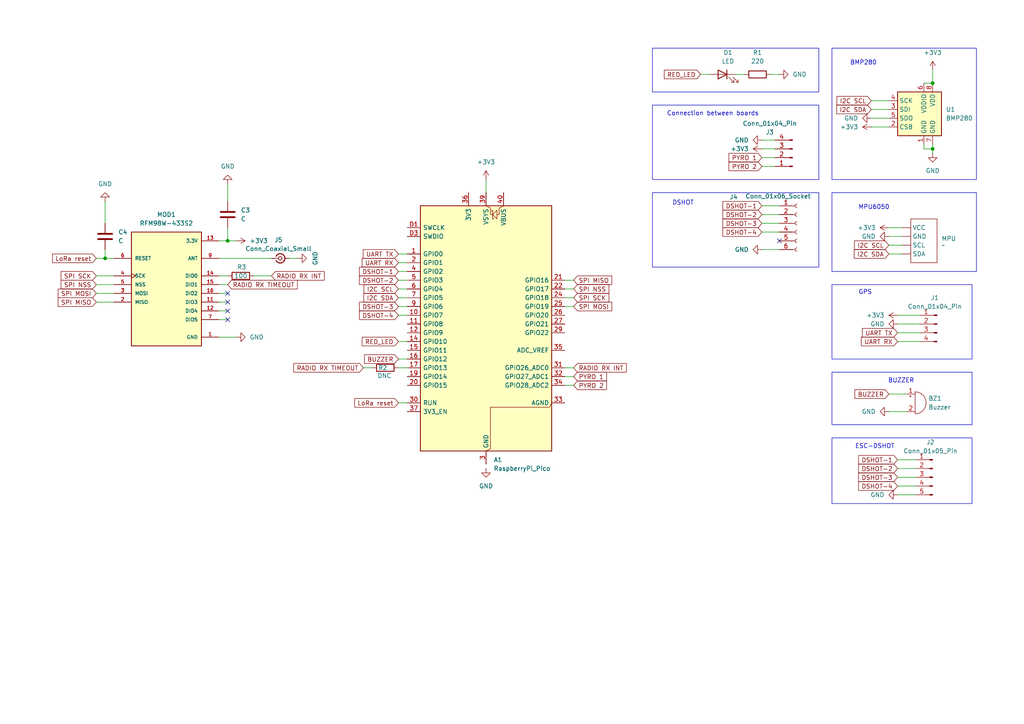
<source format=kicad_sch>
(kicad_sch (version 20231120) (generator "eeschema") (generator_version "8.0")
  (paper "A4")
  (lib_symbols
    (symbol "Connector:Conn_01x04_Pin" (pin_names (offset 1.016) hide)
      (property "Reference" "J" (at 0 5.08 0))
      (property "Value" "Conn_01x04_Pin" (at 0 -7.62 0))
      (symbol "Conn_01x04_Pin_1_1"
        (polyline (pts (xy 1.27 -5.08) (xy 0.8636 -5.08)) (stroke (width 0.1524)))
        (polyline (pts (xy 1.27 -2.54) (xy 0.8636 -2.54)) (stroke (width 0.1524)))
        (polyline (pts (xy 1.27 0) (xy 0.8636 0)) (stroke (width 0.1524)))
        (polyline (pts (xy 1.27 2.54) (xy 0.8636 2.54)) (stroke (width 0.1524)))
        (rectangle (start 0.8636 -4.953) (end 0 -5.207) (stroke (width 0.1524)) (fill (type outline)))
        (rectangle (start 0.8636 -2.413) (end 0 -2.667) (stroke (width 0.1524)) (fill (type outline)))
        (rectangle (start 0.8636 0.127) (end 0 -0.127) (stroke (width 0.1524)) (fill (type outline)))
        (rectangle (start 0.8636 2.667) (end 0 2.413) (stroke (width 0.1524)) (fill (type outline)))
        (pin passive line (at 5.08 2.54 180) (length 3.81) (name "Pin_1") (number "1"))
        (pin passive line (at 5.08 0 180) (length 3.81) (name "Pin_2") (number "2"))
        (pin passive line (at 5.08 -2.54 180) (length 3.81) (name "Pin_3") (number "3"))
        (pin passive line (at 5.08 -5.08 180) (length 3.81) (name "Pin_4") (number "4"))
      )
    )
    (symbol "Connector:Conn_01x05_Pin" (pin_names (offset 1.016) hide)
      (property "Reference" "J" (at 0 7.62 0))
      (property "Value" "Conn_01x05_Pin" (at 0 -7.62 0))
      (symbol "Conn_01x05_Pin_1_1"
        (polyline (pts (xy 1.27 -5.08) (xy 0.8636 -5.08)) (stroke (width 0.1524)))
        (polyline (pts (xy 1.27 -2.54) (xy 0.8636 -2.54)) (stroke (width 0.1524)))
        (polyline (pts (xy 1.27 0) (xy 0.8636 0)) (stroke (width 0.1524)))
        (polyline (pts (xy 1.27 2.54) (xy 0.8636 2.54)) (stroke (width 0.1524)))
        (polyline (pts (xy 1.27 5.08) (xy 0.8636 5.08)) (stroke (width 0.1524)))
        (rectangle (start 0.8636 -4.953) (end 0 -5.207) (stroke (width 0.1524)) (fill (type outline)))
        (rectangle (start 0.8636 -2.413) (end 0 -2.667) (stroke (width 0.1524)) (fill (type outline)))
        (rectangle (start 0.8636 0.127) (end 0 -0.127) (stroke (width 0.1524)) (fill (type outline)))
        (rectangle (start 0.8636 2.667) (end 0 2.413) (stroke (width 0.1524)) (fill (type outline)))
        (rectangle (start 0.8636 5.207) (end 0 4.953) (stroke (width 0.1524)) (fill (type outline)))
        (pin passive line (at 5.08 5.08 180) (length 3.81) (name "Pin_1") (number "1"))
        (pin passive line (at 5.08 2.54 180) (length 3.81) (name "Pin_2") (number "2"))
        (pin passive line (at 5.08 0 180) (length 3.81) (name "Pin_3") (number "3"))
        (pin passive line (at 5.08 -2.54 180) (length 3.81) (name "Pin_4") (number "4"))
        (pin passive line (at 5.08 -5.08 180) (length 3.81) (name "Pin_5") (number "5"))
      )
    )
    (symbol "Connector:Conn_01x06_Socket" (pin_names (offset 1.016) hide)
      (property "Reference" "J" (at 0 7.62 0))
      (property "Value" "Conn_01x06_Socket" (at 0 -10.16 0))
      (symbol "Conn_01x06_Socket_1_1"
        (arc (start 0 -7.112) (mid -0.5058 -7.62) (end 0 -8.128) (stroke (width 0.1524)))
        (arc (start 0 -4.572) (mid -0.5058 -5.08) (end 0 -5.588) (stroke (width 0.1524)))
        (arc (start 0 -2.032) (mid -0.5058 -2.54) (end 0 -3.048) (stroke (width 0.1524)))
        (polyline (pts (xy -1.27 -7.62) (xy -0.508 -7.62)) (stroke (width 0.1524)))
        (polyline (pts (xy -1.27 -5.08) (xy -0.508 -5.08)) (stroke (width 0.1524)))
        (polyline (pts (xy -1.27 -2.54) (xy -0.508 -2.54)) (stroke (width 0.1524)))
        (polyline (pts (xy -1.27 0) (xy -0.508 0)) (stroke (width 0.1524)))
        (polyline (pts (xy -1.27 2.54) (xy -0.508 2.54)) (stroke (width 0.1524)))
        (polyline (pts (xy -1.27 5.08) (xy -0.508 5.08)) (stroke (width 0.1524)))
        (arc (start 0 0.508) (mid -0.5058 0) (end 0 -0.508) (stroke (width 0.1524)))
        (arc (start 0 3.048) (mid -0.5058 2.54) (end 0 2.032) (stroke (width 0.1524)))
        (arc (start 0 5.588) (mid -0.5058 5.08) (end 0 4.572) (stroke (width 0.1524)))
        (pin passive line (at -5.08 5.08 0) (length 3.81) (name "Pin_1") (number "1"))
        (pin passive line (at -5.08 2.54 0) (length 3.81) (name "Pin_2") (number "2"))
        (pin passive line (at -5.08 0 0) (length 3.81) (name "Pin_3") (number "3"))
        (pin passive line (at -5.08 -2.54 0) (length 3.81) (name "Pin_4") (number "4"))
        (pin passive line (at -5.08 -5.08 0) (length 3.81) (name "Pin_5") (number "5"))
        (pin passive line (at -5.08 -7.62 0) (length 3.81) (name "Pin_6") (number "6"))
      )
    )
    (symbol "Connector:Conn_Coaxial_Small" (pin_numbers hide) (pin_names (offset 1.016) hide)
      (property "Reference" "J" (at 0.254 3.048 0))
      (property "Value" "Conn_Coaxial_Small" (at 0 -3.81 0))
      (symbol "Conn_Coaxial_Small_0_1"
        (polyline (pts (xy -2.54 0) (xy -0.508 0)))
        (circle (center 0 0) (radius 0.508) (stroke (width 0.2032)))
      )
      (symbol "Conn_Coaxial_Small_1_1"
        (arc (start -1.1916 -0.6311) (mid 0.327 -1.3081) (end 1.3484 0.0039) (stroke (width 0.3048)))
        (arc (start 1.3484 -0.0039) (mid 0.327 1.3081) (end -1.1916 0.6311) (stroke (width 0.3048)))
        (pin passive line (at -2.54 0 0) (length 1.27) (name "In") (number "1"))
        (pin passive line (at 2.54 0 180) (length 1.27) (name "Ext") (number "2"))
      )
    )
    (symbol "Device:Buzzer" (pin_names (offset 0.0254) hide)
      (property "Reference" "BZ" (at 3.81 1.27 0))
      (property "Value" "Buzzer" (at 3.81 -1.27 0))
      (symbol "Buzzer_0_1"
        (arc (start 0 -3.175) (mid 3.1612 0) (end 0 3.175))
        (polyline (pts (xy -1.651 1.905) (xy -1.143 1.905)))
        (polyline (pts (xy -1.397 2.159) (xy -1.397 1.651)))
        (polyline (pts (xy 0 3.175) (xy 0 -3.175)))
      )
      (symbol "Buzzer_1_1"
        (pin passive line (at -2.54 2.54 0) (length 2.54) (name "+") (number "1"))
        (pin passive line (at -2.54 -2.54 0) (length 2.54) (name "-") (number "2"))
      )
    )
    (symbol "Device:C" (pin_numbers hide) (pin_names (offset 0.254))
      (property "Reference" "C" (at 0.635 2.54 0))
      (property "Value" "C" (at 0.635 -2.54 0))
      (symbol "C_0_1"
        (polyline (pts (xy -2.032 -0.762) (xy 2.032 -0.762)) (stroke (width 0.508)))
        (polyline (pts (xy -2.032 0.762) (xy 2.032 0.762)) (stroke (width 0.508)))
      )
      (symbol "C_1_1"
        (pin passive line (at 0 3.81 270) (length 2.794) (name "~") (number "1"))
        (pin passive line (at 0 -3.81 90) (length 2.794) (name "~") (number "2"))
      )
    )
    (symbol "Device:LED" (pin_numbers hide) (pin_names (offset 1.016) hide)
      (property "Reference" "D" (at 0 2.54 0))
      (property "Value" "LED" (at 0 -2.54 0))
      (symbol "LED_0_1"
        (polyline (pts (xy -1.27 -1.27) (xy -1.27 1.27)) (stroke (width 0.254)))
        (polyline (pts (xy -1.27 0) (xy 1.27 0)))
        (polyline (pts (xy 1.27 -1.27) (xy 1.27 1.27) (xy -1.27 0) (xy 1.27 -1.27)) (stroke (width 0.254)))
        (polyline (pts (xy -3.048 -0.762) (xy -4.572 -2.286) (xy -3.81 -2.286) (xy -4.572 -2.286) (xy -4.572 -1.524)))
        (polyline (pts (xy -1.778 -0.762) (xy -3.302 -2.286) (xy -2.54 -2.286) (xy -3.302 -2.286) (xy -3.302 -1.524)))
      )
      (symbol "LED_1_1"
        (pin passive line (at -3.81 0 0) (length 2.54) (name "K") (number "1"))
        (pin passive line (at 3.81 0 180) (length 2.54) (name "A") (number "2"))
      )
    )
    (symbol "Device:R" (pin_numbers hide) (pin_names (offset 0))
      (property "Reference" "R" (at 2.032 0 90))
      (property "Value" "R" (at 0 0 90))
      (symbol "R_0_1"
        (rectangle (start -1.016 -2.54) (end 1.016 2.54) (stroke (width 0.254)))
      )
      (symbol "R_1_1"
        (pin passive line (at 0 3.81 270) (length 1.27) (name "~") (number "1"))
        (pin passive line (at 0 -3.81 90) (length 1.27) (name "~") (number "2"))
      )
    )
    (symbol "MCU_Module_RaspberryPi_Pico:RaspberryPi_Pico_DebugPins" (pin_names (offset 0.762))
      (property "Reference" "A" (at -19.05 38.1 0))
      (property "Value" "RaspberryPi_Pico" (at 7.62 38.1 0))
      (symbol "RaspberryPi_Pico_DebugPins_0_1"
        (rectangle (start -19.05 36.83) (end 19.05 -34.29) (stroke (width 0.254)) (fill (type background)))
        (polyline (pts (xy 0 36.83) (xy 1.27 36.195) (xy 1.27 34.29) (xy 1.905 34.29)))
        (polyline (pts (xy 1.905 34.29) (xy 3.175 35.56) (xy 3.175 33.02) (xy 1.905 34.29)))
        (polyline (pts (xy 5.08 36.83) (xy 3.81 36.195) (xy 3.81 34.29) (xy 3.175 34.29)))
        (polyline (pts (xy 0 -34.29) (xy 1.27 -33.655) (xy 1.27 -21.59) (xy 18.415 -21.59) (xy 19.05 -20.32)))
        (polyline (pts (xy 1.651 35.306) (xy 1.651 35.56) (xy 1.905 35.56) (xy 1.905 33.02) (xy 2.159 33.02) (xy 2.159 33.274)))
      )
      (symbol "RaspberryPi_Pico_DebugPins_1_1"
        (pin bidirectional line (at -22.86 22.86 0) (length 3.81) (name "GPIO0") (number "1"))
        (pin bidirectional line (at -22.86 5.08 0) (length 3.81) (name "GPIO7") (number "10"))
        (pin bidirectional line (at -22.86 2.54 0) (length 3.81) (name "GPIO8") (number "11"))
        (pin bidirectional line (at -22.86 0 0) (length 3.81) (name "GPIO9") (number "12"))
        (pin passive line (at 0 -38.1 90) (length 3.81) hide (name "GND") (number "13"))
        (pin bidirectional line (at -22.86 -2.54 0) (length 3.81) (name "GPIO10") (number "14"))
        (pin bidirectional line (at -22.86 -5.08 0) (length 3.81) (name "GPIO11") (number "15"))
        (pin bidirectional line (at -22.86 -7.62 0) (length 3.81) (name "GPIO12") (number "16"))
        (pin bidirectional line (at -22.86 -10.16 0) (length 3.81) (name "GPIO13") (number "17"))
        (pin passive line (at 0 -38.1 90) (length 3.81) hide (name "GND") (number "18"))
        (pin bidirectional line (at -22.86 -12.7 0) (length 3.81) (name "GPIO14") (number "19"))
        (pin bidirectional line (at -22.86 20.32 0) (length 3.81) (name "GPIO1") (number "2"))
        (pin bidirectional line (at -22.86 -15.24 0) (length 3.81) (name "GPIO15") (number "20"))
        (pin bidirectional line (at 22.86 15.24 180) (length 3.81) (name "GPIO16") (number "21"))
        (pin bidirectional line (at 22.86 12.7 180) (length 3.81) (name "GPIO17") (number "22"))
        (pin passive line (at 0 -38.1 90) (length 3.81) hide (name "GND") (number "23"))
        (pin bidirectional line (at 22.86 10.16 180) (length 3.81) (name "GPIO18") (number "24"))
        (pin bidirectional line (at 22.86 7.62 180) (length 3.81) (name "GPIO19") (number "25"))
        (pin bidirectional line (at 22.86 5.08 180) (length 3.81) (name "GPIO20") (number "26"))
        (pin bidirectional line (at 22.86 2.54 180) (length 3.81) (name "GPIO21") (number "27"))
        (pin passive line (at 0 -38.1 90) (length 3.81) hide (name "GND") (number "28"))
        (pin bidirectional line (at 22.86 0 180) (length 3.81) (name "GPIO22") (number "29"))
        (pin power_out line (at 0 -38.1 90) (length 3.81) (name "GND") (number "3"))
        (pin input line (at -22.86 -20.32 0) (length 3.81) (name "RUN") (number "30"))
        (pin bidirectional line (at 22.86 -10.16 180) (length 3.81) (name "GPIO26_ADC0") (number "31"))
        (pin bidirectional line (at 22.86 -12.7 180) (length 3.81) (name "GPIO27_ADC1") (number "32"))
        (pin power_out line (at 22.86 -20.32 180) (length 3.81) (name "AGND") (number "33"))
        (pin bidirectional line (at 22.86 -15.24 180) (length 3.81) (name "GPIO28_ADC2") (number "34"))
        (pin power_in line (at 22.86 -5.08 180) (length 3.81) (name "ADC_VREF") (number "35"))
        (pin power_out line (at -5.08 40.64 270) (length 3.81) (name "3V3") (number "36"))
        (pin input line (at -22.86 -22.86 0) (length 3.81) (name "3V3_EN") (number "37"))
        (pin passive line (at 0 -38.1 90) (length 3.81) hide (name "GND") (number "38"))
        (pin power_in line (at 0 40.64 270) (length 3.81) (name "VSYS") (number "39"))
        (pin bidirectional line (at -22.86 17.78 0) (length 3.81) (name "GPIO2") (number "4"))
        (pin power_out line (at 5.08 40.64 270) (length 3.81) (name "VBUS") (number "40"))
        (pin bidirectional line (at -22.86 15.24 0) (length 3.81) (name "GPIO3") (number "5"))
        (pin bidirectional line (at -22.86 12.7 0) (length 3.81) (name "GPIO4") (number "6"))
        (pin bidirectional line (at -22.86 10.16 0) (length 3.81) (name "GPIO5") (number "7"))
        (pin passive line (at 0 -38.1 90) (length 3.81) hide (name "GND") (number "8"))
        (pin bidirectional line (at -22.86 7.62 0) (length 3.81) (name "GPIO6") (number "9"))
        (pin input line (at -22.86 30.48 0) (length 3.81) (name "SWCLK") (number "D1"))
        (pin passive line (at 0 -38.1 90) (length 3.81) hide (name "GND") (number "D2"))
        (pin bidirectional line (at -22.86 27.94 0) (length 3.81) (name "SWDIO") (number "D3"))
      )
    )
    (symbol "MPU6050_USED:MPU6050-USED"
      (property "Reference" "MPU" (at 6.858 1.27 0))
      (symbol "MPU6050-USED_0_1"
        (rectangle (start 2.54 0) (end 10.16 -12.7))
      )
      (symbol "MPU6050-USED_1_1"
        (pin power_in line (at 0 -5.08 0) (length 2.54) (name "GND") (number ""))
        (pin input line (at 0 -7.62 0) (length 2.54) (name "SCL") (number ""))
        (pin bidirectional line (at 0 -10.16 0) (length 2.54) (name "SDA") (number ""))
        (pin power_in line (at 0 -2.54 0) (length 2.54) (name "VCC") (number ""))
      )
    )
    (symbol "RFM98W-433S2:RFM98W-433S2" (pin_names (offset 1.016))
      (property "Reference" "MOD" (at -10.16 18.415 0))
      (property "Value" "RFM98W-433S2" (at -10.16 -17.78 0))
      (symbol "RFM98W-433S2_0_0"
        (rectangle (start -10.16 -15.24) (end 10.16 17.78) (stroke (width 0.254)) (fill (type background)))
        (pin power_in line (at 15.24 -12.7 180) (length 5.08) (name "GND") (number "1"))
        (pin power_in line (at 15.24 -12.7 180) (length 5.08) hide (name "GND") (number "10"))
        (pin power_in line (at 15.24 -12.7 180) (length 5.08) hide (name "GND") (number "10_1"))
        (pin bidirectional line (at 15.24 -2.54 180) (length 5.08) (name "DIO3") (number "11"))
        (pin bidirectional line (at 15.24 -2.54 180) (length 5.08) hide (name "DIO3") (number "11_1"))
        (pin bidirectional line (at 15.24 -5.08 180) (length 5.08) (name "DIO4") (number "12"))
        (pin bidirectional line (at 15.24 -5.08 180) (length 5.08) hide (name "DIO4") (number "12_1"))
        (pin power_in line (at 15.24 15.24 180) (length 5.08) (name "3.3V") (number "13"))
        (pin power_in line (at 15.24 15.24 180) (length 5.08) hide (name "3.3V") (number "13_1"))
        (pin bidirectional line (at 15.24 5.08 180) (length 5.08) (name "DIO0") (number "14"))
        (pin bidirectional line (at 15.24 5.08 180) (length 5.08) hide (name "DIO0") (number "14_1"))
        (pin bidirectional line (at 15.24 2.54 180) (length 5.08) (name "DIO1") (number "15"))
        (pin bidirectional line (at 15.24 2.54 180) (length 5.08) hide (name "DIO1") (number "15_1"))
        (pin bidirectional line (at 15.24 0 180) (length 5.08) (name "DIO2") (number "16"))
        (pin bidirectional line (at 15.24 0 180) (length 5.08) hide (name "DIO2") (number "16_1"))
        (pin power_in line (at 15.24 -12.7 180) (length 5.08) hide (name "GND") (number "1_1"))
        (pin output line (at -15.24 -2.54 0) (length 5.08) (name "MISO") (number "2"))
        (pin output line (at -15.24 -2.54 0) (length 5.08) hide (name "MISO") (number "2_1"))
        (pin input line (at -15.24 0 0) (length 5.08) (name "MOSI") (number "3"))
        (pin input line (at -15.24 0 0) (length 5.08) hide (name "MOSI") (number "3_1"))
        (pin input clock (at -15.24 5.08 0) (length 5.08) (name "SCK") (number "4"))
        (pin input clock (at -15.24 5.08 0) (length 5.08) hide (name "SCK") (number "4_1"))
        (pin input line (at -15.24 2.54 0) (length 5.08) (name "NSS") (number "5"))
        (pin input line (at -15.24 2.54 0) (length 5.08) hide (name "NSS") (number "5_1"))
        (pin bidirectional line (at -15.24 10.16 0) (length 5.08) (name "RESET") (number "6"))
        (pin bidirectional line (at -15.24 10.16 0) (length 5.08) hide (name "RESET") (number "6_1"))
        (pin bidirectional line (at 15.24 -7.62 180) (length 5.08) (name "DIO5") (number "7"))
        (pin bidirectional line (at 15.24 -7.62 180) (length 5.08) hide (name "DIO5") (number "7_1"))
        (pin power_in line (at 15.24 -12.7 180) (length 5.08) hide (name "GND") (number "8"))
        (pin power_in line (at 15.24 -12.7 180) (length 5.08) hide (name "GND") (number "8_1"))
        (pin bidirectional line (at 15.24 10.16 180) (length 5.08) (name "ANT") (number "9"))
        (pin bidirectional line (at 15.24 10.16 180) (length 5.08) hide (name "ANT") (number "9_1"))
      )
    )
    (symbol "Sensor_Pressure:BMP280"
      (property "Reference" "U" (at -7.62 10.16 0))
      (property "Value" "BMP280" (at 5.08 10.16 0))
      (symbol "BMP280_0_1"
        (rectangle (start -7.62 -5.08) (end 5.08 7.62) (stroke (width 0.254)) (fill (type background)))
      )
      (symbol "BMP280_1_1"
        (pin power_in line (at 0 -7.62 90) (length 2.54) (name "GND") (number "1"))
        (pin input line (at -10.16 -2.54 0) (length 2.54) (name "CSB") (number "2"))
        (pin bidirectional line (at -10.16 2.54 0) (length 2.54) (name "SDI") (number "3"))
        (pin input line (at -10.16 5.08 0) (length 2.54) (name "SCK") (number "4"))
        (pin bidirectional line (at -10.16 0 0) (length 2.54) (name "SDO") (number "5"))
        (pin power_in line (at 0 10.16 270) (length 2.54) (name "VDDIO") (number "6"))
        (pin power_in line (at 2.54 -7.62 90) (length 2.54) (name "GND") (number "7"))
        (pin power_in line (at 2.54 10.16 270) (length 2.54) (name "VDD") (number "8"))
      )
    )
    (symbol "power:+3V3" (power) (pin_numbers hide) (pin_names (offset 0) hide)
      (property "Value" "+3V3" (at 0 3.556 0))
      (symbol "+3V3_0_1"
        (polyline (pts (xy -0.762 1.27) (xy 0 2.54)))
        (polyline (pts (xy 0 0) (xy 0 2.54)))
        (polyline (pts (xy 0 2.54) (xy 0.762 1.27)))
      )
      (symbol "+3V3_1_1"
        (pin power_in line (at 0 0 90) (length 0) (name "~") (number "1"))
      )
    )
    (symbol "power:GND" (power) (pin_numbers hide) (pin_names (offset 0) hide)
      (property "Value" "GND" (at 0 -3.81 0))
      (symbol "GND_0_1"
        (polyline (pts (xy 0 0) (xy 0 -1.27) (xy 1.27 -1.27) (xy 0 -2.54) (xy -1.27 -1.27) (xy 0 -1.27)))
      )
      (symbol "GND_1_1"
        (pin power_in line (at 0 0 270) (length 0) (name "~") (number "1"))
      )
    )
  )
  (junction (at 270.51 43.18))
  (junction (at 66.04 69.85))
  (junction (at 30.48 74.93))
  (junction (at 270.51 24.13))
  (no_connect (at 66.04 92.71))
  (no_connect (at 66.04 90.17))
  (no_connect (at 66.04 87.63))
  (no_connect (at 226.06 69.85))
  (no_connect (at 66.04 85.09))
  (wire (pts (xy 63.5 82.55) (xy 66.04 82.55)))
  (wire (pts (xy 66.04 69.85) (xy 68.58 69.85)))
  (wire (pts (xy 115.57 78.74) (xy 118.11 78.74)))
  (wire (pts (xy 115.57 86.36) (xy 118.11 86.36)))
  (wire (pts (xy 260.35 99.06) (xy 266.7 99.06)))
  (wire (pts (xy 163.83 111.76) (xy 166.37 111.76)))
  (wire (pts (xy 260.35 140.97) (xy 265.43 140.97)))
  (wire (pts (xy 115.57 81.28) (xy 118.11 81.28)))
  (wire (pts (xy 115.57 104.14) (xy 118.11 104.14)))
  (wire (pts (xy 267.97 41.91) (xy 267.97 43.18)))
  (wire (pts (xy 220.98 48.26) (xy 224.79 48.26)))
  (wire (pts (xy 260.35 93.98) (xy 266.7 93.98)))
  (wire (pts (xy 140.97 52.07) (xy 140.97 55.88)))
  (wire (pts (xy 220.98 67.31) (xy 226.06 67.31)))
  (wire (pts (xy 163.83 81.28) (xy 166.37 81.28)))
  (wire (pts (xy 260.35 133.35) (xy 265.43 133.35)))
  (wire (pts (xy 27.94 82.55) (xy 33.02 82.55)))
  (wire (pts (xy 220.98 45.72) (xy 224.79 45.72)))
  (wire (pts (xy 27.94 80.01) (xy 33.02 80.01)))
  (wire (pts (xy 257.81 71.12) (xy 261.62 71.12)))
  (wire (pts (xy 83.82 74.93) (xy 86.36 74.93)))
  (wire (pts (xy 267.97 43.18) (xy 270.51 43.18)))
  (wire (pts (xy 270.51 43.18) (xy 270.51 44.45)))
  (wire (pts (xy 115.57 99.06) (xy 118.11 99.06)))
  (wire (pts (xy 252.73 29.21) (xy 257.81 29.21)))
  (wire (pts (xy 63.5 85.09) (xy 66.04 85.09)))
  (wire (pts (xy 252.73 34.29) (xy 257.81 34.29)))
  (wire (pts (xy 115.57 116.84) (xy 118.11 116.84)))
  (wire (pts (xy 163.83 109.22) (xy 166.37 109.22)))
  (wire (pts (xy 220.98 59.69) (xy 226.06 59.69)))
  (wire (pts (xy 115.57 106.68) (xy 118.11 106.68)))
  (wire (pts (xy 63.5 87.63) (xy 66.04 87.63)))
  (wire (pts (xy 220.98 43.18) (xy 224.79 43.18)))
  (wire (pts (xy 115.57 76.2) (xy 118.11 76.2)))
  (wire (pts (xy 260.35 143.51) (xy 265.43 143.51)))
  (wire (pts (xy 163.83 106.68) (xy 166.37 106.68)))
  (wire (pts (xy 163.83 86.36) (xy 166.37 86.36)))
  (wire (pts (xy 30.48 58.42) (xy 30.48 64.77)))
  (wire (pts (xy 63.5 80.01) (xy 66.04 80.01)))
  (wire (pts (xy 220.98 40.64) (xy 224.79 40.64)))
  (wire (pts (xy 66.04 53.34) (xy 66.04 58.42)))
  (wire (pts (xy 257.81 114.3) (xy 262.89 114.3)))
  (wire (pts (xy 30.48 74.93) (xy 33.02 74.93)))
  (wire (pts (xy 257.81 73.66) (xy 261.62 73.66)))
  (wire (pts (xy 115.57 73.66) (xy 118.11 73.66)))
  (wire (pts (xy 257.81 66.04) (xy 261.62 66.04)))
  (wire (pts (xy 115.57 83.82) (xy 118.11 83.82)))
  (wire (pts (xy 63.5 90.17) (xy 66.04 90.17)))
  (wire (pts (xy 115.57 91.44) (xy 118.11 91.44)))
  (wire (pts (xy 30.48 72.39) (xy 30.48 74.93)))
  (wire (pts (xy 63.5 92.71) (xy 66.04 92.71)))
  (wire (pts (xy 115.57 88.9) (xy 118.11 88.9)))
  (wire (pts (xy 252.73 36.83) (xy 257.81 36.83)))
  (wire (pts (xy 220.98 64.77) (xy 226.06 64.77)))
  (wire (pts (xy 223.52 21.59) (xy 226.06 21.59)))
  (wire (pts (xy 66.04 66.04) (xy 66.04 69.85)))
  (wire (pts (xy 270.51 43.18) (xy 270.51 41.91)))
  (wire (pts (xy 73.66 80.01) (xy 78.74 80.01)))
  (wire (pts (xy 267.97 24.13) (xy 270.51 24.13)))
  (wire (pts (xy 213.36 21.59) (xy 215.9 21.59)))
  (wire (pts (xy 27.94 87.63) (xy 33.02 87.63)))
  (wire (pts (xy 257.81 119.38) (xy 262.89 119.38)))
  (wire (pts (xy 270.51 20.32) (xy 270.51 24.13)))
  (wire (pts (xy 257.81 68.58) (xy 261.62 68.58)))
  (wire (pts (xy 260.35 135.89) (xy 265.43 135.89)))
  (wire (pts (xy 260.35 91.44) (xy 266.7 91.44)))
  (wire (pts (xy 260.35 138.43) (xy 265.43 138.43)))
  (wire (pts (xy 163.83 83.82) (xy 166.37 83.82)))
  (wire (pts (xy 27.94 74.93) (xy 30.48 74.93)))
  (wire (pts (xy 163.83 88.9) (xy 166.37 88.9)))
  (wire (pts (xy 63.5 69.85) (xy 66.04 69.85)))
  (wire (pts (xy 252.73 31.75) (xy 257.81 31.75)))
  (wire (pts (xy 220.98 72.39) (xy 226.06 72.39)))
  (wire (pts (xy 105.41 106.68) (xy 107.95 106.68)))
  (wire (pts (xy 203.2 21.59) (xy 205.74 21.59)))
  (wire (pts (xy 260.35 96.52) (xy 266.7 96.52)))
  (wire (pts (xy 220.98 62.23) (xy 226.06 62.23)))
  (wire (pts (xy 63.5 97.79) (xy 68.58 97.79)))
  (wire (pts (xy 63.5 74.93) (xy 78.74 74.93)))
  (wire (pts (xy 27.94 85.09) (xy 33.02 85.09)))
  (rectangle (start 189.23 30.48) (end 237.49 52.07))
  (rectangle (start 241.3 55.88) (end 283.21 78.74))
  (rectangle (start 241.3 13.97) (end 283.21 52.07))
  (rectangle (start 241.3 107.95) (end 281.94 123.19))
  (rectangle (start 241.3 82.55) (end 281.94 104.14))
  (rectangle (start 189.23 13.97) (end 237.49 26.67))
  (rectangle (start 189.23 55.88) (end 237.49 77.47))
  (rectangle (start 241.3 127) (end 281.94 146.05))
  (text "MPU6050" (at 253.492 60.198 0) (effects (font (size 1.27 1.27))))
  (text "GPS" (at 250.952 84.836 0) (effects (font (size 1.27 1.27))))
  (text "DSHOT" (at 198.12 58.928 0) (effects (font (size 1.27 1.27))))
  (text "BMP280" (at 250.444 18.288 0) (effects (font (size 1.27 1.27))))
  (text "BUZZER" (at 261.366 110.49 0) (effects (font (size 1.27 1.27))))
  (text "ESC-DSHOT" (at 253.746 129.54 0) (effects (font (size 1.27 1.27))))
  (text "Connection between boards" (at 206.756 33.02 0) (effects (font (size 1.27 1.27))))
  (global_label "I2C SDA" (shape input) (at 115.57 86.36 180) (property "Intersheetrefs" "${INTERSHEET_REFS}" (effects (hide yes))))
  (global_label "SPI MISO" (shape input) (at 27.94 87.63 180) (property "Intersheetrefs" "${INTERSHEET_REFS}" (effects (hide yes))))
  (global_label "SPI MOSI" (shape input) (at 166.37 88.9 0) (property "Intersheetrefs" "${INTERSHEET_REFS}" (effects (hide yes))))
  (global_label "SPI NSS" (shape input) (at 27.94 82.55 180) (property "Intersheetrefs" "${INTERSHEET_REFS}" (effects (hide yes))))
  (global_label "RED_LED" (shape input) (at 203.2 21.59 180) (property "Intersheetrefs" "${INTERSHEET_REFS}" (effects (hide yes))))
  (global_label "RADIO RX TIMEOUT" (shape input) (at 105.41 106.68 180) (property "Intersheetrefs" "${INTERSHEET_REFS}" (effects (hide yes))))
  (global_label "LoRa reset" (shape input) (at 115.57 116.84 180) (property "Intersheetrefs" "${INTERSHEET_REFS}" (effects (hide yes))))
  (global_label "I2C SCL" (shape input) (at 252.73 29.21 180) (property "Intersheetrefs" "${INTERSHEET_REFS}" (effects (hide yes))))
  (global_label "BUZZER" (shape input) (at 115.57 104.14 180) (property "Intersheetrefs" "${INTERSHEET_REFS}" (effects (hide yes))))
  (global_label "DSHOT-1" (shape input) (at 220.98 59.69 180) (property "Intersheetrefs" "${INTERSHEET_REFS}" (effects (hide yes))))
  (global_label "RADIO RX INT" (shape input) (at 166.37 106.68 0) (property "Intersheetrefs" "${INTERSHEET_REFS}" (effects (hide yes))))
  (global_label "DSHOT-4" (shape input) (at 260.35 140.97 180) (property "Intersheetrefs" "${INTERSHEET_REFS}" (effects (hide yes))))
  (global_label "DSHOT-3" (shape input) (at 260.35 138.43 180) (property "Intersheetrefs" "${INTERSHEET_REFS}" (effects (hide yes))))
  (global_label "LoRa reset" (shape input) (at 27.94 74.93 180) (property "Intersheetrefs" "${INTERSHEET_REFS}" (effects (hide yes))))
  (global_label "DSHOT-1" (shape input) (at 260.35 133.35 180) (property "Intersheetrefs" "${INTERSHEET_REFS}" (effects (hide yes))))
  (global_label "DSHOT-3" (shape input) (at 115.57 88.9 180) (property "Intersheetrefs" "${INTERSHEET_REFS}" (effects (hide yes))))
  (global_label "DSHOT-2" (shape input) (at 220.98 62.23 180) (property "Intersheetrefs" "${INTERSHEET_REFS}" (effects (hide yes))))
  (global_label "RADIO RX INT" (shape input) (at 78.74 80.01 0) (property "Intersheetrefs" "${INTERSHEET_REFS}" (effects (hide yes))))
  (global_label "PYRO 2" (shape input) (at 166.37 111.76 0) (property "Intersheetrefs" "${INTERSHEET_REFS}" (effects (hide yes))))
  (global_label "UART TX" (shape input) (at 260.35 96.52 180) (property "Intersheetrefs" "${INTERSHEET_REFS}" (effects (hide yes))))
  (global_label "RADIO RX TIMEOUT" (shape input) (at 66.04 82.55 0) (property "Intersheetrefs" "${INTERSHEET_REFS}" (effects (hide yes))))
  (global_label "SPI MOSI" (shape input) (at 27.94 85.09 180) (property "Intersheetrefs" "${INTERSHEET_REFS}" (effects (hide yes))))
  (global_label "DSHOT-3" (shape input) (at 220.98 64.77 180) (property "Intersheetrefs" "${INTERSHEET_REFS}" (effects (hide yes))))
  (global_label "I2C SDA" (shape input) (at 257.81 73.66 180) (property "Intersheetrefs" "${INTERSHEET_REFS}" (effects (hide yes))))
  (global_label "PYRO 1" (shape input) (at 166.37 109.22 0) (property "Intersheetrefs" "${INTERSHEET_REFS}" (effects (hide yes))))
  (global_label "UART RX" (shape input) (at 260.35 99.06 180) (property "Intersheetrefs" "${INTERSHEET_REFS}" (effects (hide yes))))
  (global_label "SPI SCK" (shape input) (at 166.37 86.36 0) (property "Intersheetrefs" "${INTERSHEET_REFS}" (effects (hide yes))))
  (global_label "DSHOT-1" (shape input) (at 115.57 78.74 180) (property "Intersheetrefs" "${INTERSHEET_REFS}" (effects (hide yes))))
  (global_label "SPI SCK" (shape input) (at 27.94 80.01 180) (property "Intersheetrefs" "${INTERSHEET_REFS}" (effects (hide yes))))
  (global_label "DSHOT-4" (shape input) (at 115.57 91.44 180) (property "Intersheetrefs" "${INTERSHEET_REFS}" (effects (hide yes))))
  (global_label "PYRO 1" (shape input) (at 220.98 45.72 180) (property "Intersheetrefs" "${INTERSHEET_REFS}" (effects (hide yes))))
  (global_label "UART TX" (shape input) (at 115.57 73.66 180) (property "Intersheetrefs" "${INTERSHEET_REFS}" (effects (hide yes))))
  (global_label "PYRO 2" (shape input) (at 220.98 48.26 180) (property "Intersheetrefs" "${INTERSHEET_REFS}" (effects (hide yes))))
  (global_label "RED_LED" (shape input) (at 115.57 99.06 180) (property "Intersheetrefs" "${INTERSHEET_REFS}" (effects (hide yes))))
  (global_label "BUZZER" (shape input) (at 257.81 114.3 180) (property "Intersheetrefs" "${INTERSHEET_REFS}" (effects (hide yes))))
  (global_label "DSHOT-4" (shape input) (at 220.98 67.31 180) (property "Intersheetrefs" "${INTERSHEET_REFS}" (effects (hide yes))))
  (global_label "DSHOT-2" (shape input) (at 115.57 81.28 180) (property "Intersheetrefs" "${INTERSHEET_REFS}" (effects (hide yes))))
  (global_label "SPI MISO" (shape input) (at 166.37 81.28 0) (property "Intersheetrefs" "${INTERSHEET_REFS}" (effects (hide yes))))
  (global_label "I2C SCL" (shape input) (at 115.57 83.82 180) (property "Intersheetrefs" "${INTERSHEET_REFS}" (effects (hide yes))))
  (global_label "I2C SDA" (shape input) (at 252.73 31.75 180) (property "Intersheetrefs" "${INTERSHEET_REFS}" (effects (hide yes))))
  (global_label "SPI NSS" (shape input) (at 166.37 83.82 0) (property "Intersheetrefs" "${INTERSHEET_REFS}" (effects (hide yes))))
  (global_label "DSHOT-2" (shape input) (at 260.35 135.89 180) (property "Intersheetrefs" "${INTERSHEET_REFS}" (effects (hide yes))))
  (global_label "I2C SCL" (shape input) (at 257.81 71.12 180) (property "Intersheetrefs" "${INTERSHEET_REFS}" (effects (hide yes))))
  (global_label "UART RX" (shape input) (at 115.57 76.2 180) (property "Intersheetrefs" "${INTERSHEET_REFS}" (effects (hide yes))))
  (symbol (lib_id "Device:Buzzer") (at 265.43 116.84 0) (unit 1)
    (property "Reference" "BZ1" (at 269.24 115.5699 0) (effects (justify left)))
    (property "Value" "Buzzer" (at 269.24 118.1099 0) (effects (justify left)))
    (property "Description" "Buzzer, polarized" (effects (hide yes)))
  )
  (symbol (lib_id "power:GND") (at 30.48 58.42 0) (mirror x) (unit 1)
    (property "Reference" "#PWR022" (effects (hide yes)))
    (property "Value" "GND" (at 30.48 53.34 0))
    (property "Description" "Power symbol creates a global label with name \"GND\" , ground" (effects (hide yes)))
  )
  (symbol (lib_id "Device:C") (at 30.48 68.58 0) (unit 1)
    (property "Reference" "C4" (at 34.29 67.3099 0) (effects (justify left)))
    (property "Value" "C" (at 34.29 69.8499 0) (effects (justify left)))
    (property "Description" "Unpolarized capacitor" (effects (hide yes)))
  )
  (symbol (lib_id "power:GND") (at 257.81 119.38 270) (unit 1)
    (property "Reference" "#PWR07" (effects (hide yes)))
    (property "Value" "GND" (at 254 119.3799 90) (effects (justify right)))
    (property "Description" "Power symbol creates a global label with name \"GND\" , ground" (effects (hide yes)))
  )
  (symbol (lib_id "power:+3V3") (at 68.58 69.85 270) (unit 1)
    (property "Reference" "#PWR020" (effects (hide yes)))
    (property "Value" "+3V3" (at 72.39 69.8499 90) (effects (justify left)))
    (property "Description" "Power symbol creates a global label with name \"+3V3\"" (effects (hide yes)))
  )
  (symbol (lib_id "Connector:Conn_01x05_Pin") (at 270.51 138.43 0) (mirror y) (unit 1)
    (property "Reference" "J2" (at 269.875 128.27 0))
    (property "Value" "Conn_01x05_Pin" (at 269.875 130.81 0))
    (property "Description" "Generic connector, single row, 01x05, script generated" (effects (hide yes)))
  )
  (symbol (lib_id "power:+3V3") (at 270.51 20.32 0) (unit 1)
    (property "Reference" "#PWR01" (effects (hide yes)))
    (property "Value" "+3V3" (at 270.51 15.24 0))
    (property "Description" "Power symbol creates a global label with name \"+3V3\"" (effects (hide yes)))
  )
  (symbol (lib_id "power:GND") (at 140.97 135.89 0) (unit 1)
    (property "Reference" "#PWR017" (effects (hide yes)))
    (property "Value" "GND" (at 140.97 140.97 0))
    (property "Description" "Power symbol creates a global label with name \"GND\" , ground" (effects (hide yes)))
  )
  (symbol (lib_id "power:GND") (at 66.04 53.34 0) (mirror x) (unit 1)
    (property "Reference" "#PWR021" (effects (hide yes)))
    (property "Value" "GND" (at 66.04 48.26 0))
    (property "Description" "Power symbol creates a global label with name \"GND\" , ground" (effects (hide yes)))
  )
  (symbol (lib_id "power:GND") (at 226.06 21.59 90) (unit 1)
    (property "Reference" "#PWR013" (effects (hide yes)))
    (property "Value" "GND" (at 229.87 21.5899 90) (effects (justify right)))
    (property "Description" "Power symbol creates a global label with name \"GND\" , ground" (effects (hide yes)))
  )
  (symbol (lib_id "Device:C") (at 66.04 62.23 0) (unit 1)
    (property "Reference" "C3" (at 69.85 60.9599 0) (effects (justify left)))
    (property "Value" "C" (at 69.85 63.4999 0) (effects (justify left)))
    (property "Description" "Unpolarized capacitor" (effects (hide yes)))
  )
  (symbol (lib_id "power:+3V3") (at 257.81 66.04 90) (unit 1)
    (property "Reference" "#PWR03" (effects (hide yes)))
    (property "Value" "+3V3" (at 254 66.0399 90) (effects (justify left)))
    (property "Description" "Power symbol creates a global label with name \"+3V3\"" (effects (hide yes)))
  )
  (symbol (lib_id "power:+3V3") (at 252.73 36.83 90) (unit 1)
    (property "Reference" "#PWR025" (effects (hide yes)))
    (property "Value" "+3V3" (at 248.92 36.8299 90) (effects (justify left)))
    (property "Description" "Power symbol creates a global label with name \"+3V3\"" (effects (hide yes)))
  )
  (symbol (lib_id "power:GND") (at 68.58 97.79 90) (unit 1)
    (property "Reference" "#PWR019" (effects (hide yes)))
    (property "Value" "GND" (at 72.39 97.7899 90) (effects (justify right)))
    (property "Description" "Power symbol creates a global label with name \"GND\" , ground" (effects (hide yes)))
  )
  (symbol (lib_id "power:+3V3") (at 140.97 52.07 0) (unit 1)
    (property "Reference" "#PWR09" (effects (hide yes)))
    (property "Value" "+3V3" (at 140.97 46.99 0))
    (property "Description" "Power symbol creates a global label with name \"+3V3\"" (effects (hide yes)))
  )
  (symbol (lib_id "power:GND") (at 220.98 40.64 270) (mirror x) (unit 1)
    (property "Reference" "#PWR010" (effects (hide yes)))
    (property "Value" "GND" (at 217.17 40.6401 90) (effects (justify right)))
    (property "Description" "Power symbol creates a global label with name \"GND\" , ground" (effects (hide yes)))
  )
  (symbol (lib_id "Sensor_Pressure:BMP280") (at 267.97 34.29 0) (unit 1)
    (property "Reference" "U1" (at 274.32 31.7499 0) (effects (justify left)))
    (property "Value" "BMP280" (at 274.32 34.2899 0) (effects (justify left)))
    (property "Footprint" "Charleslabs_Parts:BMP280_Module" (effects (hide yes)))
    (property "Datasheet" "https://ae-bst.resource.bosch.com/media/_tech/media/datasheets/BST-BMP280-DS001.pdf" (effects (hide yes)))
    (property "Description" "Absolute Barometric Pressure Sensor, LGA-8" (effects (hide yes)))
  )
  (symbol (lib_id "MCU_Module_RaspberryPi_Pico:RaspberryPi_Pico_DebugPins") (at 140.97 96.52 0) (unit 1)
    (property "Reference" "A1" (at 143.1641 133.35 0) (effects (justify left)))
    (property "Value" "RaspberryPi_Pico" (at 143.1641 135.89 0) (effects (justify left)))
    (property "Footprint" "Module_RaspberryPi_Pico:RaspberryPi_Pico_Original_SMD_HandSolder" (effects (hide yes)))
    (property "Datasheet" "https://datasheets.raspberrypi.com/pico/pico-datasheet.pdf" (effects (hide yes)))
    (property "Description" "Versatile and inexpensive microcontroller module (with debug pins) powered by RP2040 dual-core Arm Cortex-M0+ processor up to 133 MHz, 264kB SRAM, 2MB QSPI flash" (effects (hide yes)))
  )
  (symbol (lib_id "power:GND") (at 86.36 74.93 90) (mirror x) (unit 1)
    (property "Reference" "#PWR023" (effects (hide yes)))
    (property "Value" "GND" (at 91.44 74.93 0))
    (property "Description" "Power symbol creates a global label with name \"GND\" , ground" (effects (hide yes)))
  )
  (symbol (lib_id "power:+3V3") (at 260.35 91.44 90) (unit 1)
    (property "Reference" "#PWR05" (effects (hide yes)))
    (property "Value" "+3V3" (at 256.54 91.4399 90) (effects (justify left)))
    (property "Description" "Power symbol creates a global label with name \"+3V3\"" (effects (hide yes)))
  )
  (symbol (lib_id "power:GND") (at 260.35 143.51 270) (unit 1)
    (property "Reference" "#PWR08" (effects (hide yes)))
    (property "Value" "GND" (at 256.54 143.5099 90) (effects (justify right)))
    (property "Description" "Power symbol creates a global label with name \"GND\" , ground" (effects (hide yes)))
  )
  (symbol (lib_id "Device:R") (at 111.76 106.68 90) (unit 1)
    (property "Reference" "R2" (at 110.998 106.68 90))
    (property "Value" "DNC" (at 111.506 108.966 90))
    (property "Description" "Resistor" (effects (hide yes)))
  )
  (symbol (lib_id "Connector:Conn_Coaxial_Small") (at 81.28 74.93 0) (unit 1)
    (property "Reference" "J5" (at 80.772 69.596 0))
    (property "Value" "Conn_Coaxial_Small" (at 80.772 72.136 0))
    (property "Description" "small coaxial connector (BNC, SMA, SMB, SMC, Cinch/RCA, LEMO, ...)" (effects (hide yes)))
  )
  (symbol (lib_id "power:GND") (at 260.35 93.98 270) (unit 1)
    (property "Reference" "#PWR06" (effects (hide yes)))
    (property "Value" "GND" (at 256.54 93.9799 90) (effects (justify right)))
    (property "Description" "Power symbol creates a global label with name \"GND\" , ground" (effects (hide yes)))
  )
  (symbol (lib_id "Device:R") (at 219.71 21.59 270) (unit 1)
    (property "Reference" "R1" (at 219.71 15.24 90))
    (property "Value" "220" (at 219.71 17.78 90))
    (property "Description" "Resistor" (effects (hide yes)))
  )
  (symbol (lib_id "Device:LED") (at 209.55 21.59 0) (mirror y) (unit 1)
    (property "Reference" "D1" (at 211.1375 15.24 0))
    (property "Value" "LED" (at 211.1375 17.78 0))
    (property "Description" "Light emitting diode" (effects (hide yes)))
  )
  (symbol (lib_id "Connector:Conn_01x04_Pin") (at 271.78 93.98 0) (mirror y) (unit 1)
    (property "Reference" "J1" (at 271.145 86.36 0))
    (property "Value" "Conn_01x04_Pin" (at 271.145 88.9 0))
    (property "Description" "Generic connector, single row, 01x04, script generated" (effects (hide yes)))
  )
  (symbol (lib_id "power:+3V3") (at 220.98 43.18 90) (mirror x) (unit 1)
    (property "Reference" "#PWR011" (effects (hide yes)))
    (property "Value" "+3V3" (at 217.17 43.1801 90) (effects (justify left)))
    (property "Description" "Power symbol creates a global label with name \"+3V3\"" (effects (hide yes)))
  )
  (symbol (lib_id "power:GND") (at 252.73 34.29 270) (unit 1)
    (property "Reference" "#PWR024" (effects (hide yes)))
    (property "Value" "GND" (at 248.92 34.2899 90) (effects (justify right)))
    (property "Description" "Power symbol creates a global label with name \"GND\" , ground" (effects (hide yes)))
  )
  (symbol (lib_id "power:GND") (at 220.98 72.39 270) (unit 1)
    (property "Reference" "#PWR012" (effects (hide yes)))
    (property "Value" "GND" (at 217.17 72.3899 90) (effects (justify right)))
    (property "Description" "Power symbol creates a global label with name \"GND\" , ground" (effects (hide yes)))
  )
  (symbol (lib_id "Device:R") (at 69.85 80.01 90) (unit 1)
    (property "Reference" "R3" (at 70.104 77.47 90))
    (property "Value" "100" (at 69.85 80.01 90))
    (property "Description" "Resistor" (effects (hide yes)))
  )
  (symbol (lib_id "power:GND") (at 257.81 68.58 270) (unit 1)
    (property "Reference" "#PWR04" (effects (hide yes)))
    (property "Value" "GND" (at 254 68.5799 90) (effects (justify right)))
    (property "Description" "Power symbol creates a global label with name \"GND\" , ground" (effects (hide yes)))
  )
  (symbol (lib_id "Connector:Conn_01x06_Socket") (at 231.14 64.77 0) (unit 1)
    (property "Reference" "J4" (at 211.582 57.15 0) (effects (justify left)))
    (property "Value" "Conn_01x06_Socket" (at 216.154 56.896 0) (effects (justify left)))
    (property "Description" "Generic connector, single row, 01x06, script generated" (effects (hide yes)))
  )
  (symbol (lib_id "Connector:Conn_01x04_Pin") (at 229.87 45.72 180) (unit 1)
    (property "Reference" "J3" (at 223.266 38.354 0))
    (property "Value" "Conn_01x04_Pin" (at 223.266 35.814 0))
    (property "Description" "Generic connector, single row, 01x04, script generated" (effects (hide yes)))
  )
  (symbol (lib_id "MPU6050_USED:MPU6050-USED") (at 261.62 63.5 0) (unit 1)
    (property "Reference" "MPU" (at 273.05 69.2149 0) (effects (justify left)))
    (property "Value" "~" (at 273.05 71.12 0) (effects (justify left)))
  )
  (symbol (lib_id "power:GND") (at 270.51 44.45 0) (unit 1)
    (property "Reference" "#PWR02" (effects (hide yes)))
    (property "Value" "GND" (at 270.51 49.53 0))
    (property "Description" "Power symbol creates a global label with name \"GND\" , ground" (effects (hide yes)))
  )
  (symbol (lib_id "RFM98W-433S2:RFM98W-433S2") (at 48.26 85.09 0) (unit 1)
    (property "Reference" "MOD1" (at 48.26 62.23 0))
    (property "Value" "RFM98W-433S2" (at 48.26 64.77 0))
    (property "Footprint" "RFM98W-433S2:XCVR_RFM98W-433S2" (effects (hide yes)))
    (property "MF" "RF Solutions" (effects (hide yes)))
    (property "Description_1" "\n                        \n                            802.15.4, General ISM < 1GHz LoRa™ Transceiver Module 433MHz - Surface Mount\n                        \n" (effects (hide yes)))
    (property "Package" "Non Standard RF Solutions" (effects (hide yes)))
    (property "Price" "None" (effects (hide yes)))
    (property "Check_prices" "https://www.snapeda.com/parts/RFM98W-433S2/RF/view-part/?ref=eda" (effects (hide yes)))
    (property "STANDARD" "Manufacturer Recommendations" (effects (hide yes)))
    (property "PARTREV" "N/A" (effects (hide yes)))
    (property "SnapEDA_Link" "https://www.snapeda.com/parts/RFM98W-433S2/RF/view-part/?ref=snap" (effects (hide yes)))
    (property "MP" "RFM98W-433S2" (effects (hide yes)))
    (property "Availability" "In Stock" (effects (hide yes)))
    (property "MANUFACTURER" "Hoperf" (effects (hide yes)))
  )
)
</source>
